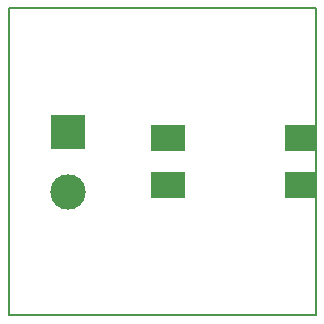
<source format=gts>
G04 (created by PCBNEW (2013-mar-13)-testing) date Wed 05 Jun 2013 12:42:06 PM WEST*
%MOIN*%
G04 Gerber Fmt 3.4, Leading zero omitted, Abs format*
%FSLAX34Y34*%
G01*
G70*
G90*
G04 APERTURE LIST*
%ADD10C,0.005906*%
%ADD11R,0.118100X0.118100*%
%ADD12C,0.118100*%
%ADD13R,0.102362X0.086614*%
%ADD14R,0.118110X0.086614*%
G04 APERTURE END LIST*
G54D10*
X56692Y-29133D02*
X66929Y-29133D01*
X56692Y-39370D02*
X56692Y-29133D01*
X66929Y-39370D02*
X56692Y-39370D01*
X66929Y-39370D02*
X66929Y-29133D01*
G54D11*
X58661Y-33251D03*
G54D12*
X58661Y-35251D03*
G54D13*
X66417Y-35039D03*
X66417Y-33464D03*
G54D14*
X62007Y-35039D03*
X62007Y-33464D03*
M02*

</source>
